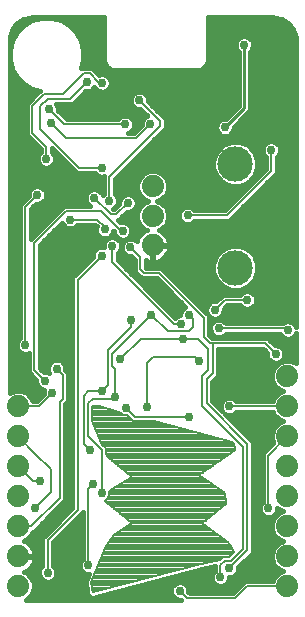
<source format=gbl>
G75*
%MOIN*%
%OFA0B0*%
%FSLAX25Y25*%
%IPPOS*%
%LPD*%
%AMOC8*
5,1,8,0,0,1.08239X$1,22.5*
%
%ADD10C,0.07400*%
%ADD11C,0.11811*%
%ADD12C,0.00800*%
%ADD13C,0.03000*%
%ADD14C,0.01000*%
%ADD15C,0.01600*%
D10*
X0008000Y0039000D03*
X0008000Y0049000D03*
X0008000Y0059000D03*
X0008000Y0069000D03*
X0008000Y0079000D03*
X0008000Y0089000D03*
X0008000Y0099000D03*
X0052741Y0152657D03*
X0052741Y0162500D03*
X0052741Y0172343D03*
X0097600Y0109000D03*
X0097600Y0099000D03*
X0097600Y0089000D03*
X0097600Y0079000D03*
X0097600Y0069000D03*
X0097600Y0059000D03*
X0097600Y0049000D03*
X0097600Y0039000D03*
D11*
X0080300Y0145177D03*
X0080300Y0179823D03*
D12*
X0092300Y0177500D02*
X0077500Y0162700D01*
X0064400Y0162700D01*
X0054800Y0143500D02*
X0069800Y0128500D01*
X0069800Y0122000D01*
X0071800Y0120000D01*
X0073300Y0120000D01*
X0072800Y0119500D01*
X0072800Y0110000D01*
X0070800Y0108000D01*
X0070800Y0100000D01*
X0084300Y0086500D01*
X0084300Y0051000D01*
X0078300Y0045000D01*
X0078800Y0047500D02*
X0076800Y0047500D01*
X0075300Y0046000D01*
X0075300Y0042000D01*
X0075141Y0047821D02*
X0068800Y0046500D01*
X0032800Y0037000D01*
X0032300Y0040500D01*
X0037300Y0052500D01*
X0039800Y0056000D01*
X0045800Y0060000D01*
X0036800Y0067500D01*
X0036881Y0067742D01*
X0037216Y0067881D01*
X0037919Y0068584D01*
X0038300Y0069503D01*
X0038300Y0070497D01*
X0038196Y0070748D01*
X0045800Y0075500D01*
X0037800Y0082000D01*
X0037200Y0083418D01*
X0037200Y0085080D01*
X0035981Y0086298D01*
X0032700Y0094055D01*
X0032700Y0099000D01*
X0034800Y0099000D01*
X0041643Y0097175D01*
X0041681Y0097084D01*
X0042384Y0096381D01*
X0043303Y0096000D01*
X0044297Y0096000D01*
X0044313Y0096007D01*
X0045400Y0094920D01*
X0046220Y0094100D01*
X0053175Y0094100D01*
X0079146Y0087174D01*
X0079920Y0086400D01*
X0080300Y0084500D01*
X0068300Y0076000D01*
X0076800Y0070000D01*
X0077300Y0066500D01*
X0069300Y0060000D01*
X0078300Y0053500D01*
X0079914Y0050594D01*
X0078220Y0048900D01*
X0076220Y0048900D01*
X0075400Y0048080D01*
X0075141Y0047821D01*
X0075432Y0048112D02*
X0035472Y0048112D01*
X0035139Y0047314D02*
X0072706Y0047314D01*
X0075809Y0055299D02*
X0039299Y0055299D01*
X0038729Y0054500D02*
X0076915Y0054500D01*
X0078021Y0053702D02*
X0038158Y0053702D01*
X0037588Y0052903D02*
X0078632Y0052903D01*
X0079075Y0052105D02*
X0037135Y0052105D01*
X0036803Y0051306D02*
X0079519Y0051306D01*
X0079828Y0050508D02*
X0036470Y0050508D01*
X0036137Y0049709D02*
X0079029Y0049709D01*
X0078231Y0048911D02*
X0035804Y0048911D01*
X0034806Y0046515D02*
X0068873Y0046515D01*
X0065831Y0045717D02*
X0034474Y0045717D01*
X0034141Y0044918D02*
X0062806Y0044918D01*
X0059780Y0044120D02*
X0033808Y0044120D01*
X0033475Y0043321D02*
X0056754Y0043321D01*
X0053728Y0042523D02*
X0033143Y0042523D01*
X0032810Y0041724D02*
X0050702Y0041724D01*
X0047676Y0040926D02*
X0032477Y0040926D01*
X0032353Y0040127D02*
X0044650Y0040127D01*
X0041624Y0039329D02*
X0032467Y0039329D01*
X0032581Y0038530D02*
X0038598Y0038530D01*
X0035572Y0037732D02*
X0032695Y0037732D01*
X0031300Y0046000D02*
X0031300Y0071500D01*
X0032800Y0073000D01*
X0035800Y0070000D02*
X0035800Y0084500D01*
X0031300Y0089000D01*
X0031300Y0100000D01*
X0032800Y0101500D01*
X0039800Y0101500D01*
X0040300Y0102000D01*
X0040300Y0111500D01*
X0039300Y0112500D01*
X0039300Y0116500D01*
X0052300Y0129500D01*
X0057800Y0124000D01*
X0064800Y0124000D01*
X0066300Y0125500D01*
X0066300Y0128000D01*
X0064800Y0129500D01*
X0062300Y0126500D02*
X0059800Y0126500D01*
X0039300Y0147000D01*
X0039300Y0152500D01*
X0036800Y0158000D02*
X0036800Y0158800D01*
X0034300Y0161300D01*
X0025200Y0161300D01*
X0023800Y0164100D02*
X0013300Y0153600D01*
X0013300Y0111000D01*
X0016800Y0107500D01*
X0019300Y0103500D02*
X0014800Y0099000D01*
X0008000Y0099000D01*
X0008400Y0099000D01*
X0008000Y0089000D02*
X0013594Y0083288D01*
X0018800Y0078082D01*
X0018800Y0070500D01*
X0013500Y0065200D01*
X0012300Y0059000D02*
X0021800Y0068500D01*
X0021800Y0100500D01*
X0022800Y0101500D01*
X0022800Y0109600D01*
X0020800Y0111600D01*
X0029800Y0102500D02*
X0031300Y0104000D01*
X0035800Y0104000D01*
X0037800Y0106000D01*
X0037800Y0117900D01*
X0045500Y0125600D01*
X0045500Y0127700D01*
X0049000Y0121400D02*
X0042000Y0114900D01*
X0049000Y0121400D02*
X0063000Y0121400D01*
X0067900Y0121400D01*
X0071300Y0118000D01*
X0071300Y0111000D01*
X0069300Y0109000D01*
X0069300Y0099000D01*
X0082800Y0085500D01*
X0082800Y0051500D01*
X0078800Y0047500D01*
X0074704Y0056097D02*
X0039946Y0056097D01*
X0041144Y0056896D02*
X0073598Y0056896D01*
X0072492Y0057694D02*
X0042341Y0057694D01*
X0043539Y0058493D02*
X0071387Y0058493D01*
X0070281Y0059291D02*
X0044737Y0059291D01*
X0045692Y0060090D02*
X0069411Y0060090D01*
X0070393Y0060888D02*
X0044734Y0060888D01*
X0043776Y0061687D02*
X0071376Y0061687D01*
X0072359Y0062485D02*
X0042818Y0062485D01*
X0041859Y0063284D02*
X0073342Y0063284D01*
X0074324Y0064082D02*
X0040901Y0064082D01*
X0039943Y0064881D02*
X0075307Y0064881D01*
X0076290Y0065679D02*
X0038985Y0065679D01*
X0038026Y0066478D02*
X0077273Y0066478D01*
X0077189Y0067276D02*
X0037068Y0067276D01*
X0037410Y0068075D02*
X0077075Y0068075D01*
X0076961Y0068873D02*
X0038039Y0068873D01*
X0038300Y0069672D02*
X0076847Y0069672D01*
X0076133Y0070470D02*
X0038300Y0070470D01*
X0039030Y0071269D02*
X0075002Y0071269D01*
X0073871Y0072068D02*
X0040308Y0072068D01*
X0041586Y0072866D02*
X0072740Y0072866D01*
X0071609Y0073665D02*
X0042863Y0073665D01*
X0044141Y0074463D02*
X0070477Y0074463D01*
X0069512Y0076859D02*
X0044128Y0076859D01*
X0043145Y0077657D02*
X0070639Y0077657D01*
X0071767Y0078456D02*
X0042162Y0078456D01*
X0041180Y0079254D02*
X0072894Y0079254D01*
X0074021Y0080053D02*
X0040197Y0080053D01*
X0039214Y0080851D02*
X0075149Y0080851D01*
X0076276Y0081650D02*
X0038231Y0081650D01*
X0037610Y0082448D02*
X0077403Y0082448D01*
X0078531Y0083247D02*
X0037273Y0083247D01*
X0037200Y0084045D02*
X0079658Y0084045D01*
X0080231Y0084844D02*
X0037200Y0084844D01*
X0036638Y0085642D02*
X0080072Y0085642D01*
X0079879Y0086441D02*
X0035921Y0086441D01*
X0035583Y0087239D02*
X0078903Y0087239D01*
X0075908Y0088038D02*
X0035246Y0088038D01*
X0034908Y0088836D02*
X0072914Y0088836D01*
X0069920Y0089635D02*
X0034570Y0089635D01*
X0034232Y0090433D02*
X0066925Y0090433D01*
X0064800Y0095500D02*
X0046800Y0095500D01*
X0043800Y0098500D01*
X0043248Y0096023D02*
X0032700Y0096023D01*
X0032700Y0096821D02*
X0041943Y0096821D01*
X0039975Y0097620D02*
X0032700Y0097620D01*
X0032700Y0098418D02*
X0036981Y0098418D01*
X0033894Y0091232D02*
X0063931Y0091232D01*
X0060936Y0092030D02*
X0033556Y0092030D01*
X0033219Y0092829D02*
X0057942Y0092829D01*
X0054948Y0093627D02*
X0032881Y0093627D01*
X0032700Y0094426D02*
X0045894Y0094426D01*
X0045096Y0095224D02*
X0032700Y0095224D01*
X0029800Y0102500D02*
X0029800Y0086500D01*
X0031800Y0084500D01*
X0027800Y0064500D02*
X0027800Y0141260D01*
X0035800Y0149260D01*
X0042300Y0157500D02*
X0035700Y0164100D01*
X0023800Y0164100D01*
X0028300Y0178500D02*
X0015300Y0191500D01*
X0015300Y0199000D01*
X0017800Y0201500D01*
X0025300Y0201500D01*
X0030800Y0207000D01*
X0029800Y0210000D02*
X0022800Y0203000D01*
X0016500Y0203000D01*
X0012600Y0199100D01*
X0012600Y0190300D01*
X0017300Y0185600D01*
X0017300Y0181500D01*
X0023800Y0188500D02*
X0018800Y0193500D01*
X0023300Y0193000D02*
X0018300Y0198000D01*
X0023300Y0193000D02*
X0043600Y0193000D01*
X0047300Y0188500D02*
X0052000Y0193000D01*
X0055300Y0192500D02*
X0038300Y0175500D01*
X0038300Y0167500D01*
X0038800Y0163000D02*
X0040700Y0163000D01*
X0044500Y0166800D01*
X0042800Y0157500D02*
X0042300Y0157500D01*
X0045300Y0152000D02*
X0048600Y0148700D01*
X0048600Y0144700D01*
X0049800Y0143500D01*
X0054800Y0143500D01*
X0052800Y0115500D02*
X0066800Y0115500D01*
X0068300Y0114000D01*
X0073300Y0120000D02*
X0090300Y0120000D01*
X0093800Y0116500D01*
X0097800Y0124500D02*
X0097300Y0125000D01*
X0074800Y0125000D01*
X0073500Y0131200D02*
X0076800Y0134500D01*
X0084300Y0134500D01*
X0078300Y0099000D02*
X0097600Y0099000D01*
X0097600Y0089000D02*
X0091300Y0082500D01*
X0091300Y0065000D01*
X0097600Y0039000D02*
X0084300Y0039000D01*
X0080300Y0035000D01*
X0064300Y0035000D01*
X0061800Y0037500D01*
X0069346Y0075262D02*
X0045418Y0075262D01*
X0045111Y0076060D02*
X0068385Y0076060D01*
X0050800Y0098800D02*
X0050800Y0113500D01*
X0052800Y0115500D01*
X0038800Y0163000D02*
X0033300Y0168500D01*
X0035800Y0178500D02*
X0028300Y0178500D01*
X0023800Y0188500D02*
X0047300Y0188500D01*
X0055300Y0194000D02*
X0048300Y0201000D01*
X0055300Y0194000D02*
X0055300Y0192500D01*
X0035900Y0206800D02*
X0035000Y0206800D01*
X0031800Y0210000D01*
X0029800Y0210000D01*
X0014300Y0169500D02*
X0010300Y0165500D01*
X0010300Y0119500D01*
X0008000Y0079000D02*
X0013000Y0074000D01*
X0015300Y0074000D01*
X0012300Y0059000D02*
X0008000Y0059000D01*
X0017800Y0054500D02*
X0017800Y0043500D01*
X0017800Y0054500D02*
X0027800Y0064500D01*
X0092300Y0177500D02*
X0092300Y0184500D01*
D13*
X0092300Y0184500D03*
X0084300Y0163000D03*
X0084300Y0134500D03*
X0084300Y0128500D03*
X0087300Y0131500D03*
X0093800Y0116500D03*
X0097800Y0124500D03*
X0098800Y0129500D03*
X0087300Y0115000D03*
X0078300Y0099000D03*
X0074300Y0102000D03*
X0068300Y0114000D03*
X0063000Y0121400D03*
X0062300Y0126500D03*
X0064800Y0129500D03*
X0059800Y0130500D03*
X0052300Y0129500D03*
X0045500Y0127700D03*
X0042000Y0114900D03*
X0035800Y0104000D03*
X0040300Y0102000D03*
X0043800Y0098500D03*
X0050800Y0098800D03*
X0064800Y0095500D03*
X0074800Y0125000D03*
X0073500Y0131200D03*
X0070300Y0140000D03*
X0064400Y0162700D03*
X0069800Y0185000D03*
X0076900Y0192000D03*
X0078300Y0200500D03*
X0083300Y0219500D03*
X0078800Y0223500D03*
X0061300Y0186000D03*
X0052000Y0193000D03*
X0048300Y0201000D03*
X0045300Y0204000D03*
X0043600Y0193000D03*
X0039800Y0206000D03*
X0035900Y0206800D03*
X0031800Y0197000D03*
X0030800Y0207000D03*
X0018300Y0198000D03*
X0018800Y0193500D03*
X0017300Y0181500D03*
X0014300Y0169500D03*
X0018300Y0165000D03*
X0025200Y0161300D03*
X0027800Y0155500D03*
X0026800Y0146000D03*
X0035800Y0149260D03*
X0039300Y0152500D03*
X0036800Y0158000D03*
X0038300Y0167500D03*
X0035800Y0173000D03*
X0035800Y0178500D03*
X0033300Y0168500D03*
X0042800Y0157500D03*
X0045300Y0152000D03*
X0047300Y0157500D03*
X0044500Y0166800D03*
X0046800Y0178000D03*
X0051800Y0146500D03*
X0024300Y0117500D03*
X0020800Y0111600D03*
X0019300Y0103500D03*
X0016800Y0107500D03*
X0010300Y0119500D03*
X0024800Y0099000D03*
X0031800Y0084500D03*
X0032800Y0073000D03*
X0035800Y0070000D03*
X0031300Y0046000D03*
X0017800Y0043500D03*
X0013300Y0044000D03*
X0013500Y0065200D03*
X0015300Y0074000D03*
X0061800Y0037500D03*
X0075300Y0042000D03*
X0078300Y0045000D03*
X0091300Y0065000D03*
X0096800Y0213500D03*
X0007800Y0203500D03*
D14*
X0076900Y0192000D02*
X0083300Y0198500D01*
X0083300Y0219500D01*
D15*
X0010889Y0034676D02*
X0010463Y0034500D01*
X0062254Y0034500D01*
X0062154Y0034600D01*
X0061223Y0034600D01*
X0060157Y0035041D01*
X0059341Y0035857D01*
X0058900Y0036923D01*
X0058900Y0038077D01*
X0059341Y0039143D01*
X0060157Y0039958D01*
X0061223Y0040400D01*
X0062377Y0040400D01*
X0063443Y0039958D01*
X0064258Y0039143D01*
X0064700Y0038077D01*
X0064700Y0037146D01*
X0065046Y0036800D01*
X0079554Y0036800D01*
X0083554Y0040800D01*
X0092825Y0040800D01*
X0093276Y0041889D01*
X0094711Y0043324D01*
X0096344Y0044000D01*
X0094711Y0044676D01*
X0093276Y0046111D01*
X0092500Y0047986D01*
X0092500Y0050014D01*
X0093276Y0051889D01*
X0094711Y0053324D01*
X0096344Y0054000D01*
X0094711Y0054676D01*
X0093276Y0056111D01*
X0092500Y0057986D01*
X0092500Y0060014D01*
X0093276Y0061889D01*
X0094711Y0063324D01*
X0096344Y0064000D01*
X0094711Y0064676D01*
X0094200Y0065188D01*
X0094200Y0064423D01*
X0093758Y0063357D01*
X0092943Y0062541D01*
X0091877Y0062100D01*
X0090723Y0062100D01*
X0089657Y0062541D01*
X0088841Y0063357D01*
X0088400Y0064423D01*
X0088400Y0065577D01*
X0088841Y0066643D01*
X0089500Y0067301D01*
X0089500Y0082486D01*
X0089489Y0083217D01*
X0089500Y0083229D01*
X0089500Y0083246D01*
X0090017Y0083763D01*
X0092982Y0086822D01*
X0092500Y0087986D01*
X0092500Y0090014D01*
X0093276Y0091889D01*
X0094711Y0093324D01*
X0096344Y0094000D01*
X0094711Y0094676D01*
X0093276Y0096111D01*
X0092825Y0097200D01*
X0080601Y0097200D01*
X0079943Y0096541D01*
X0078877Y0096100D01*
X0077723Y0096100D01*
X0076908Y0096438D01*
X0086100Y0087246D01*
X0086100Y0050254D01*
X0085046Y0049200D01*
X0081200Y0045354D01*
X0081200Y0044423D01*
X0080758Y0043357D01*
X0079943Y0042541D01*
X0078877Y0042100D01*
X0078200Y0042100D01*
X0078200Y0041423D01*
X0077758Y0040357D01*
X0076943Y0039541D01*
X0075877Y0039100D01*
X0074723Y0039100D01*
X0073657Y0039541D01*
X0072841Y0040357D01*
X0072400Y0041423D01*
X0072400Y0042577D01*
X0072841Y0043643D01*
X0073500Y0044301D01*
X0073500Y0045641D01*
X0069213Y0044747D01*
X0033864Y0035419D01*
X0033793Y0035324D01*
X0033158Y0035233D01*
X0032538Y0035069D01*
X0032435Y0035130D01*
X0032316Y0035113D01*
X0031804Y0035497D01*
X0031250Y0035820D01*
X0031219Y0035936D01*
X0031124Y0036007D01*
X0031033Y0036642D01*
X0030869Y0037262D01*
X0030930Y0037365D01*
X0030550Y0040023D01*
X0030352Y0040504D01*
X0030448Y0040735D01*
X0030413Y0040984D01*
X0030725Y0041400D01*
X0031433Y0043100D01*
X0030723Y0043100D01*
X0029657Y0043541D01*
X0028841Y0044357D01*
X0028400Y0045423D01*
X0028400Y0046577D01*
X0028841Y0047643D01*
X0029500Y0048301D01*
X0029500Y0063654D01*
X0028546Y0062700D01*
X0028546Y0062700D01*
X0019600Y0053754D01*
X0019600Y0045801D01*
X0020258Y0045143D01*
X0020700Y0044077D01*
X0020700Y0042923D01*
X0020258Y0041857D01*
X0019443Y0041041D01*
X0018377Y0040600D01*
X0017223Y0040600D01*
X0016157Y0041041D01*
X0015341Y0041857D01*
X0014900Y0042923D01*
X0014900Y0044077D01*
X0015341Y0045143D01*
X0016000Y0045801D01*
X0016000Y0055246D01*
X0017054Y0056300D01*
X0017054Y0056300D01*
X0026000Y0065246D01*
X0026000Y0142005D01*
X0027054Y0143060D01*
X0032900Y0148905D01*
X0032900Y0149837D01*
X0033341Y0150903D01*
X0034157Y0151718D01*
X0035223Y0152160D01*
X0036377Y0152160D01*
X0036400Y0152150D01*
X0036400Y0153077D01*
X0036841Y0154143D01*
X0037657Y0154958D01*
X0038723Y0155400D01*
X0039877Y0155400D01*
X0040943Y0154958D01*
X0041758Y0154143D01*
X0042200Y0153077D01*
X0042200Y0151923D01*
X0041758Y0150857D01*
X0041100Y0150199D01*
X0041100Y0147746D01*
X0060272Y0128573D01*
X0060657Y0128958D01*
X0061723Y0129400D01*
X0061900Y0129400D01*
X0061900Y0130077D01*
X0062341Y0131143D01*
X0063157Y0131958D01*
X0063609Y0132146D01*
X0054054Y0141700D01*
X0049054Y0141700D01*
X0048000Y0142754D01*
X0046800Y0143954D01*
X0046800Y0147954D01*
X0045654Y0149100D01*
X0044723Y0149100D01*
X0043657Y0149541D01*
X0042841Y0150357D01*
X0042400Y0151423D01*
X0042400Y0152577D01*
X0042841Y0153643D01*
X0043657Y0154458D01*
X0044723Y0154900D01*
X0045877Y0154900D01*
X0046943Y0154458D01*
X0047396Y0154005D01*
X0047644Y0154769D01*
X0048037Y0155540D01*
X0048546Y0156240D01*
X0049158Y0156853D01*
X0049858Y0157361D01*
X0050630Y0157755D01*
X0050765Y0157798D01*
X0049852Y0158176D01*
X0048417Y0159611D01*
X0047641Y0161486D01*
X0047641Y0163514D01*
X0048417Y0165389D01*
X0049852Y0166824D01*
X0051295Y0167421D01*
X0049852Y0168019D01*
X0048417Y0169454D01*
X0047641Y0171328D01*
X0047641Y0173357D01*
X0048417Y0175231D01*
X0049852Y0176666D01*
X0051726Y0177443D01*
X0053755Y0177443D01*
X0055630Y0176666D01*
X0057065Y0175231D01*
X0057841Y0173357D01*
X0057841Y0171328D01*
X0057065Y0169454D01*
X0055630Y0168019D01*
X0054187Y0167421D01*
X0055630Y0166824D01*
X0057065Y0165389D01*
X0057841Y0163514D01*
X0057841Y0161486D01*
X0057065Y0159611D01*
X0055630Y0158176D01*
X0054717Y0157798D01*
X0054852Y0157755D01*
X0055624Y0157361D01*
X0056324Y0156853D01*
X0056936Y0156240D01*
X0057445Y0155540D01*
X0057838Y0154769D01*
X0058105Y0153945D01*
X0058241Y0153090D01*
X0058241Y0152842D01*
X0052925Y0152842D01*
X0052925Y0152473D01*
X0052925Y0147157D01*
X0053174Y0147157D01*
X0054029Y0147293D01*
X0054852Y0147560D01*
X0055624Y0147953D01*
X0056324Y0148462D01*
X0056936Y0149074D01*
X0057445Y0149775D01*
X0057838Y0150546D01*
X0058105Y0151370D01*
X0058241Y0152225D01*
X0058241Y0152473D01*
X0052925Y0152473D01*
X0052557Y0152473D01*
X0052557Y0147157D01*
X0052308Y0147157D01*
X0051453Y0147293D01*
X0050630Y0147560D01*
X0050400Y0147677D01*
X0050400Y0145446D01*
X0050546Y0145300D01*
X0055546Y0145300D01*
X0056600Y0144246D01*
X0056600Y0144246D01*
X0070546Y0130300D01*
X0070546Y0130300D01*
X0070867Y0129979D01*
X0070600Y0130623D01*
X0070600Y0131777D01*
X0071041Y0132843D01*
X0071857Y0133658D01*
X0072923Y0134100D01*
X0073854Y0134100D01*
X0076054Y0136300D01*
X0081999Y0136300D01*
X0082657Y0136958D01*
X0083723Y0137400D01*
X0084877Y0137400D01*
X0085943Y0136958D01*
X0086758Y0136143D01*
X0087200Y0135077D01*
X0087200Y0133923D01*
X0086758Y0132857D01*
X0085943Y0132041D01*
X0084877Y0131600D01*
X0083723Y0131600D01*
X0082657Y0132041D01*
X0081999Y0132700D01*
X0077546Y0132700D01*
X0076400Y0131554D01*
X0076400Y0130623D01*
X0075958Y0129557D01*
X0075143Y0128741D01*
X0074077Y0128300D01*
X0072923Y0128300D01*
X0071857Y0128741D01*
X0071600Y0128999D01*
X0071600Y0122746D01*
X0072546Y0121800D01*
X0091046Y0121800D01*
X0092100Y0120746D01*
X0093446Y0119400D01*
X0094377Y0119400D01*
X0095443Y0118958D01*
X0096258Y0118143D01*
X0096700Y0117077D01*
X0096700Y0115923D01*
X0096258Y0114857D01*
X0095443Y0114041D01*
X0094377Y0113600D01*
X0093223Y0113600D01*
X0092157Y0114041D01*
X0091341Y0114857D01*
X0090900Y0115923D01*
X0090900Y0116854D01*
X0089554Y0118200D01*
X0074600Y0118200D01*
X0074600Y0109254D01*
X0073546Y0108200D01*
X0073546Y0108200D01*
X0072600Y0107254D01*
X0072600Y0100746D01*
X0075738Y0097608D01*
X0075400Y0098423D01*
X0075400Y0099577D01*
X0075841Y0100643D01*
X0076657Y0101458D01*
X0077723Y0101900D01*
X0078877Y0101900D01*
X0079943Y0101458D01*
X0080601Y0100800D01*
X0092825Y0100800D01*
X0093276Y0101889D01*
X0094711Y0103324D01*
X0096344Y0104000D01*
X0094711Y0104676D01*
X0093276Y0106111D01*
X0092500Y0107986D01*
X0092500Y0110014D01*
X0093276Y0111889D01*
X0094711Y0113324D01*
X0096586Y0114100D01*
X0098614Y0114100D01*
X0100489Y0113324D01*
X0100500Y0113312D01*
X0100500Y0123440D01*
X0100258Y0122857D01*
X0099443Y0122041D01*
X0098377Y0121600D01*
X0097223Y0121600D01*
X0096157Y0122041D01*
X0095341Y0122857D01*
X0095200Y0123200D01*
X0077101Y0123200D01*
X0076443Y0122541D01*
X0075377Y0122100D01*
X0074223Y0122100D01*
X0073157Y0122541D01*
X0072341Y0123357D01*
X0071900Y0124423D01*
X0071900Y0125577D01*
X0072341Y0126643D01*
X0073157Y0127458D01*
X0074223Y0127900D01*
X0075377Y0127900D01*
X0076443Y0127458D01*
X0077101Y0126800D01*
X0095999Y0126800D01*
X0096157Y0126958D01*
X0097223Y0127400D01*
X0098377Y0127400D01*
X0099443Y0126958D01*
X0100258Y0126143D01*
X0100500Y0125560D01*
X0100500Y0221000D01*
X0100405Y0222205D01*
X0099661Y0224496D01*
X0098245Y0226445D01*
X0096296Y0227861D01*
X0094005Y0228605D01*
X0092800Y0228700D01*
X0071200Y0228700D01*
X0071200Y0214982D01*
X0071219Y0213973D01*
X0071219Y0213973D01*
X0070221Y0212169D01*
X0070221Y0212169D01*
X0068456Y0211105D01*
X0068456Y0211105D01*
X0068353Y0211103D01*
X0068335Y0211086D01*
X0067404Y0211086D01*
X0066473Y0211069D01*
X0066455Y0211086D01*
X0041145Y0211086D01*
X0041127Y0211069D01*
X0040196Y0211086D01*
X0039265Y0211086D01*
X0039247Y0211103D01*
X0039144Y0211105D01*
X0039144Y0211105D01*
X0037379Y0212169D01*
X0037379Y0212169D01*
X0037379Y0212169D01*
X0036381Y0213973D01*
X0036381Y0213973D01*
X0036400Y0214982D01*
X0036400Y0228700D01*
X0012800Y0228700D01*
X0011595Y0228605D01*
X0009304Y0227861D01*
X0007355Y0226445D01*
X0005939Y0224496D01*
X0005195Y0222205D01*
X0005100Y0221000D01*
X0005100Y0103312D01*
X0005111Y0103324D01*
X0006986Y0104100D01*
X0009014Y0104100D01*
X0010889Y0103324D01*
X0012324Y0101889D01*
X0012775Y0100800D01*
X0014054Y0100800D01*
X0016400Y0103146D01*
X0016400Y0104077D01*
X0016617Y0104600D01*
X0016223Y0104600D01*
X0015157Y0105041D01*
X0014341Y0105857D01*
X0013900Y0106923D01*
X0013900Y0107854D01*
X0012554Y0109200D01*
X0011500Y0110254D01*
X0011500Y0116858D01*
X0010877Y0116600D01*
X0009723Y0116600D01*
X0008657Y0117041D01*
X0007841Y0117857D01*
X0007400Y0118923D01*
X0007400Y0120077D01*
X0007841Y0121143D01*
X0008500Y0121801D01*
X0008500Y0166246D01*
X0011400Y0169146D01*
X0011400Y0170077D01*
X0011841Y0171143D01*
X0012657Y0171958D01*
X0013723Y0172400D01*
X0014877Y0172400D01*
X0015943Y0171958D01*
X0016758Y0171143D01*
X0017200Y0170077D01*
X0017200Y0168923D01*
X0016758Y0167857D01*
X0015943Y0167041D01*
X0014877Y0166600D01*
X0013946Y0166600D01*
X0012100Y0164754D01*
X0012100Y0154946D01*
X0023054Y0165900D01*
X0031999Y0165900D01*
X0031657Y0166041D01*
X0030841Y0166857D01*
X0030400Y0167923D01*
X0030400Y0169077D01*
X0030841Y0170143D01*
X0031657Y0170958D01*
X0032723Y0171400D01*
X0033877Y0171400D01*
X0034943Y0170958D01*
X0035758Y0170143D01*
X0036076Y0169377D01*
X0036500Y0169801D01*
X0036500Y0175651D01*
X0036377Y0175600D01*
X0035223Y0175600D01*
X0034157Y0176041D01*
X0033499Y0176700D01*
X0027554Y0176700D01*
X0019100Y0185154D01*
X0019100Y0183801D01*
X0019758Y0183143D01*
X0020200Y0182077D01*
X0020200Y0180923D01*
X0019758Y0179857D01*
X0018943Y0179041D01*
X0017877Y0178600D01*
X0016723Y0178600D01*
X0015657Y0179041D01*
X0014841Y0179857D01*
X0014400Y0180923D01*
X0014400Y0182077D01*
X0014841Y0183143D01*
X0015500Y0183801D01*
X0015500Y0184854D01*
X0010800Y0189554D01*
X0010800Y0199846D01*
X0014700Y0203746D01*
X0015050Y0204096D01*
X0012652Y0204738D01*
X0009848Y0206358D01*
X0007558Y0208648D01*
X0005938Y0211452D01*
X0005100Y0214581D01*
X0005100Y0217819D01*
X0005938Y0220948D01*
X0007558Y0223752D01*
X0009848Y0226042D01*
X0012652Y0227662D01*
X0015781Y0228500D01*
X0019019Y0228500D01*
X0022148Y0227662D01*
X0024952Y0226042D01*
X0027242Y0223752D01*
X0028862Y0220948D01*
X0029700Y0217819D01*
X0029700Y0214581D01*
X0028918Y0211664D01*
X0029054Y0211800D01*
X0032546Y0211800D01*
X0033600Y0210746D01*
X0034844Y0209502D01*
X0035323Y0209700D01*
X0036477Y0209700D01*
X0037543Y0209258D01*
X0038358Y0208443D01*
X0038800Y0207377D01*
X0038800Y0206223D01*
X0038358Y0205157D01*
X0037543Y0204341D01*
X0036477Y0203900D01*
X0035323Y0203900D01*
X0034257Y0204341D01*
X0033441Y0205157D01*
X0033309Y0205478D01*
X0033258Y0205357D01*
X0032443Y0204541D01*
X0031377Y0204100D01*
X0030446Y0204100D01*
X0026046Y0199700D01*
X0020701Y0199700D01*
X0020758Y0199643D01*
X0021200Y0198577D01*
X0021200Y0197646D01*
X0024046Y0194800D01*
X0041299Y0194800D01*
X0041957Y0195458D01*
X0043023Y0195900D01*
X0044177Y0195900D01*
X0045243Y0195458D01*
X0046058Y0194643D01*
X0046500Y0193577D01*
X0046500Y0192423D01*
X0046058Y0191357D01*
X0045243Y0190541D01*
X0044660Y0190300D01*
X0046577Y0190300D01*
X0049100Y0192715D01*
X0049100Y0193577D01*
X0049541Y0194643D01*
X0050357Y0195458D01*
X0051021Y0195733D01*
X0048654Y0198100D01*
X0047723Y0198100D01*
X0046657Y0198541D01*
X0045841Y0199357D01*
X0045400Y0200423D01*
X0045400Y0201577D01*
X0045841Y0202643D01*
X0046657Y0203458D01*
X0047723Y0203900D01*
X0048877Y0203900D01*
X0049943Y0203458D01*
X0050758Y0202643D01*
X0051200Y0201577D01*
X0051200Y0200646D01*
X0056046Y0195800D01*
X0057100Y0194746D01*
X0057100Y0191754D01*
X0040100Y0174754D01*
X0040100Y0169801D01*
X0040758Y0169143D01*
X0041200Y0168077D01*
X0041200Y0166923D01*
X0040758Y0165857D01*
X0039943Y0165041D01*
X0039491Y0164854D01*
X0039546Y0164800D01*
X0039954Y0164800D01*
X0041600Y0166446D01*
X0041600Y0167377D01*
X0042041Y0168443D01*
X0042857Y0169258D01*
X0043923Y0169700D01*
X0045077Y0169700D01*
X0046143Y0169258D01*
X0046958Y0168443D01*
X0047400Y0167377D01*
X0047400Y0166223D01*
X0046958Y0165157D01*
X0046143Y0164341D01*
X0045077Y0163900D01*
X0044146Y0163900D01*
X0041446Y0161200D01*
X0041146Y0161200D01*
X0042027Y0160319D01*
X0042223Y0160400D01*
X0043377Y0160400D01*
X0044443Y0159958D01*
X0045258Y0159143D01*
X0045700Y0158077D01*
X0045700Y0156923D01*
X0045258Y0155857D01*
X0044443Y0155041D01*
X0043377Y0154600D01*
X0042223Y0154600D01*
X0041157Y0155041D01*
X0040341Y0155857D01*
X0039900Y0156923D01*
X0039900Y0157354D01*
X0039700Y0157554D01*
X0039700Y0157423D01*
X0039258Y0156357D01*
X0038443Y0155541D01*
X0037377Y0155100D01*
X0036223Y0155100D01*
X0035157Y0155541D01*
X0034341Y0156357D01*
X0033900Y0157423D01*
X0033900Y0158577D01*
X0034069Y0158985D01*
X0033554Y0159500D01*
X0027501Y0159500D01*
X0026843Y0158841D01*
X0025777Y0158400D01*
X0024623Y0158400D01*
X0023557Y0158841D01*
X0022741Y0159657D01*
X0022496Y0160250D01*
X0015100Y0152854D01*
X0015100Y0111746D01*
X0016446Y0110400D01*
X0017377Y0110400D01*
X0018320Y0110009D01*
X0017900Y0111023D01*
X0017900Y0112177D01*
X0018341Y0113243D01*
X0019157Y0114058D01*
X0020223Y0114500D01*
X0021377Y0114500D01*
X0022443Y0114058D01*
X0023258Y0113243D01*
X0023700Y0112177D01*
X0023700Y0111246D01*
X0024600Y0110346D01*
X0024600Y0100754D01*
X0023600Y0099754D01*
X0023600Y0067754D01*
X0022546Y0066700D01*
X0013046Y0057200D01*
X0012775Y0057200D01*
X0012324Y0056111D01*
X0010889Y0054676D01*
X0009763Y0054210D01*
X0010111Y0054097D01*
X0010883Y0053704D01*
X0011583Y0053195D01*
X0012195Y0052583D01*
X0012704Y0051883D01*
X0013097Y0051111D01*
X0013365Y0050288D01*
X0013500Y0049433D01*
X0013500Y0049200D01*
X0008200Y0049200D01*
X0008200Y0048800D01*
X0013500Y0048800D01*
X0013500Y0048567D01*
X0013365Y0047712D01*
X0013097Y0046889D01*
X0012704Y0046117D01*
X0012195Y0045417D01*
X0011583Y0044805D01*
X0010883Y0044296D01*
X0010111Y0043903D01*
X0009763Y0043790D01*
X0010889Y0043324D01*
X0012324Y0041889D01*
X0013100Y0040014D01*
X0013100Y0037986D01*
X0012324Y0036111D01*
X0010889Y0034676D01*
X0010629Y0034569D02*
X0062186Y0034569D01*
X0064700Y0037766D02*
X0080520Y0037766D01*
X0082119Y0039364D02*
X0076515Y0039364D01*
X0078009Y0040963D02*
X0092893Y0040963D01*
X0093949Y0042561D02*
X0079963Y0042561D01*
X0081091Y0044160D02*
X0095958Y0044160D01*
X0093629Y0045758D02*
X0081604Y0045758D01*
X0083202Y0047357D02*
X0092760Y0047357D01*
X0092500Y0048955D02*
X0084801Y0048955D01*
X0086100Y0050554D02*
X0092723Y0050554D01*
X0093540Y0052152D02*
X0086100Y0052152D01*
X0086100Y0053751D02*
X0095743Y0053751D01*
X0094038Y0055349D02*
X0086100Y0055349D01*
X0086100Y0056948D02*
X0092930Y0056948D01*
X0092500Y0058546D02*
X0086100Y0058546D01*
X0086100Y0060145D02*
X0092554Y0060145D01*
X0093216Y0061743D02*
X0086100Y0061743D01*
X0086100Y0063342D02*
X0088857Y0063342D01*
X0088400Y0064940D02*
X0086100Y0064940D01*
X0086100Y0066539D02*
X0088799Y0066539D01*
X0089500Y0068137D02*
X0086100Y0068137D01*
X0086100Y0069736D02*
X0089500Y0069736D01*
X0089500Y0071334D02*
X0086100Y0071334D01*
X0086100Y0072933D02*
X0089500Y0072933D01*
X0089500Y0074532D02*
X0086100Y0074532D01*
X0086100Y0076130D02*
X0089500Y0076130D01*
X0089500Y0077729D02*
X0086100Y0077729D01*
X0086100Y0079327D02*
X0089500Y0079327D01*
X0089500Y0080926D02*
X0086100Y0080926D01*
X0086100Y0082524D02*
X0089499Y0082524D01*
X0090366Y0084123D02*
X0086100Y0084123D01*
X0086100Y0085721D02*
X0091915Y0085721D01*
X0092776Y0087320D02*
X0086026Y0087320D01*
X0084427Y0088918D02*
X0092500Y0088918D01*
X0092708Y0090517D02*
X0082829Y0090517D01*
X0081230Y0092115D02*
X0093503Y0092115D01*
X0094075Y0095312D02*
X0078033Y0095312D01*
X0079632Y0093714D02*
X0095653Y0093714D01*
X0092945Y0096911D02*
X0080312Y0096911D01*
X0079345Y0101706D02*
X0093201Y0101706D01*
X0094484Y0104903D02*
X0072600Y0104903D01*
X0072600Y0103305D02*
X0094692Y0103305D01*
X0093115Y0106502D02*
X0072600Y0106502D01*
X0073446Y0108100D02*
X0092500Y0108100D01*
X0092500Y0109699D02*
X0074600Y0109699D01*
X0074600Y0111297D02*
X0093031Y0111297D01*
X0094283Y0112896D02*
X0074600Y0112896D01*
X0074600Y0114494D02*
X0091704Y0114494D01*
X0090900Y0116093D02*
X0074600Y0116093D01*
X0074600Y0117691D02*
X0090063Y0117691D01*
X0091957Y0120888D02*
X0100500Y0120888D01*
X0100500Y0119290D02*
X0094643Y0119290D01*
X0096445Y0117691D02*
X0100500Y0117691D01*
X0100500Y0116093D02*
X0096700Y0116093D01*
X0095896Y0114494D02*
X0100500Y0114494D01*
X0100500Y0122487D02*
X0099888Y0122487D01*
X0100449Y0125684D02*
X0100500Y0125684D01*
X0100500Y0127282D02*
X0098661Y0127282D01*
X0096939Y0127282D02*
X0076619Y0127282D01*
X0075282Y0128881D02*
X0100500Y0128881D01*
X0100500Y0130479D02*
X0076340Y0130479D01*
X0076924Y0132078D02*
X0082621Y0132078D01*
X0082572Y0136873D02*
X0063972Y0136873D01*
X0062374Y0138472D02*
X0077398Y0138472D01*
X0076162Y0138984D02*
X0078847Y0137872D01*
X0081753Y0137872D01*
X0084438Y0138984D01*
X0086493Y0141039D01*
X0087605Y0143724D01*
X0087605Y0146630D01*
X0086493Y0149315D01*
X0084438Y0151370D01*
X0081753Y0152483D01*
X0078847Y0152483D01*
X0076162Y0151370D01*
X0074107Y0149315D01*
X0072994Y0146630D01*
X0072994Y0143724D01*
X0074107Y0141039D01*
X0076162Y0138984D01*
X0075075Y0140070D02*
X0060775Y0140070D01*
X0059177Y0141669D02*
X0073846Y0141669D01*
X0073184Y0143268D02*
X0057578Y0143268D01*
X0055980Y0144866D02*
X0072994Y0144866D01*
X0072994Y0146465D02*
X0050400Y0146465D01*
X0047487Y0143268D02*
X0045578Y0143268D01*
X0046800Y0144866D02*
X0043980Y0144866D01*
X0042381Y0146465D02*
X0046800Y0146465D01*
X0046691Y0148063D02*
X0041100Y0148063D01*
X0041100Y0149662D02*
X0043537Y0149662D01*
X0042468Y0151260D02*
X0041925Y0151260D01*
X0042200Y0152859D02*
X0042517Y0152859D01*
X0041444Y0154457D02*
X0043656Y0154457D01*
X0045341Y0156056D02*
X0048411Y0156056D01*
X0047543Y0154457D02*
X0046944Y0154457D01*
X0045700Y0157654D02*
X0050433Y0157654D01*
X0048776Y0159253D02*
X0045149Y0159253D01*
X0042695Y0162450D02*
X0047641Y0162450D01*
X0047862Y0164048D02*
X0045435Y0164048D01*
X0047161Y0165647D02*
X0048675Y0165647D01*
X0047400Y0167245D02*
X0050870Y0167245D01*
X0049027Y0168844D02*
X0046558Y0168844D01*
X0048008Y0170442D02*
X0040100Y0170442D01*
X0040100Y0172041D02*
X0047641Y0172041D01*
X0047758Y0173639D02*
X0040100Y0173639D01*
X0040583Y0175238D02*
X0048424Y0175238D01*
X0050263Y0176836D02*
X0042182Y0176836D01*
X0043780Y0178435D02*
X0072994Y0178435D01*
X0072994Y0178370D02*
X0074107Y0175685D01*
X0076162Y0173630D01*
X0078847Y0172517D01*
X0081753Y0172517D01*
X0084438Y0173630D01*
X0086493Y0175685D01*
X0087605Y0178370D01*
X0087605Y0181276D01*
X0086493Y0183961D01*
X0084438Y0186016D01*
X0081753Y0187128D01*
X0078847Y0187128D01*
X0076162Y0186016D01*
X0074107Y0183961D01*
X0072994Y0181276D01*
X0072994Y0178370D01*
X0073630Y0176836D02*
X0055219Y0176836D01*
X0057058Y0175238D02*
X0074554Y0175238D01*
X0076152Y0173639D02*
X0057724Y0173639D01*
X0057841Y0172041D02*
X0084295Y0172041D01*
X0084448Y0173639D02*
X0085894Y0173639D01*
X0086046Y0175238D02*
X0087492Y0175238D01*
X0086970Y0176836D02*
X0089091Y0176836D01*
X0090500Y0178435D02*
X0087605Y0178435D01*
X0087605Y0180033D02*
X0090500Y0180033D01*
X0090500Y0181632D02*
X0087458Y0181632D01*
X0086796Y0183230D02*
X0089687Y0183230D01*
X0089841Y0182857D02*
X0090500Y0182199D01*
X0090500Y0178246D01*
X0076754Y0164500D01*
X0066701Y0164500D01*
X0066043Y0165158D01*
X0064977Y0165600D01*
X0063823Y0165600D01*
X0062757Y0165158D01*
X0061941Y0164343D01*
X0061500Y0163277D01*
X0061500Y0162123D01*
X0061941Y0161057D01*
X0062757Y0160241D01*
X0063823Y0159800D01*
X0064977Y0159800D01*
X0066043Y0160241D01*
X0066701Y0160900D01*
X0078246Y0160900D01*
X0093046Y0175700D01*
X0094100Y0176754D01*
X0094100Y0182199D01*
X0094758Y0182857D01*
X0095200Y0183923D01*
X0095200Y0185077D01*
X0094758Y0186143D01*
X0093943Y0186958D01*
X0092877Y0187400D01*
X0091723Y0187400D01*
X0090657Y0186958D01*
X0089841Y0186143D01*
X0089400Y0185077D01*
X0089400Y0183923D01*
X0089841Y0182857D01*
X0089400Y0184829D02*
X0085626Y0184829D01*
X0083446Y0186427D02*
X0090126Y0186427D01*
X0094474Y0186427D02*
X0100500Y0186427D01*
X0100500Y0184829D02*
X0095200Y0184829D01*
X0094913Y0183230D02*
X0100500Y0183230D01*
X0100500Y0181632D02*
X0094100Y0181632D01*
X0094100Y0180033D02*
X0100500Y0180033D01*
X0100500Y0178435D02*
X0094100Y0178435D01*
X0094100Y0176836D02*
X0100500Y0176836D01*
X0100500Y0175238D02*
X0092583Y0175238D01*
X0090985Y0173639D02*
X0100500Y0173639D01*
X0100500Y0172041D02*
X0089386Y0172041D01*
X0087788Y0170442D02*
X0100500Y0170442D01*
X0100500Y0168844D02*
X0086189Y0168844D01*
X0084591Y0167245D02*
X0100500Y0167245D01*
X0100500Y0165647D02*
X0082992Y0165647D01*
X0081394Y0164048D02*
X0100500Y0164048D01*
X0100500Y0162450D02*
X0079795Y0162450D01*
X0077901Y0165647D02*
X0056807Y0165647D01*
X0057620Y0164048D02*
X0061819Y0164048D01*
X0061500Y0162450D02*
X0057841Y0162450D01*
X0057578Y0160851D02*
X0062148Y0160851D01*
X0066652Y0160851D02*
X0100500Y0160851D01*
X0100500Y0159253D02*
X0056706Y0159253D01*
X0055049Y0157654D02*
X0100500Y0157654D01*
X0100500Y0156056D02*
X0057070Y0156056D01*
X0057939Y0154457D02*
X0100500Y0154457D01*
X0100500Y0152859D02*
X0058241Y0152859D01*
X0058070Y0151260D02*
X0076051Y0151260D01*
X0074453Y0149662D02*
X0057363Y0149662D01*
X0055774Y0148063D02*
X0073588Y0148063D01*
X0075029Y0135275D02*
X0065571Y0135275D01*
X0067169Y0133676D02*
X0071901Y0133676D01*
X0070725Y0132078D02*
X0068768Y0132078D01*
X0070366Y0130479D02*
X0070660Y0130479D01*
X0071600Y0128881D02*
X0071718Y0128881D01*
X0071600Y0127282D02*
X0072981Y0127282D01*
X0071944Y0125684D02*
X0071600Y0125684D01*
X0071600Y0124085D02*
X0072040Y0124085D01*
X0071859Y0122487D02*
X0073289Y0122487D01*
X0076311Y0122487D02*
X0095712Y0122487D01*
X0100500Y0132078D02*
X0085979Y0132078D01*
X0087098Y0133676D02*
X0100500Y0133676D01*
X0100500Y0135275D02*
X0087118Y0135275D01*
X0086028Y0136873D02*
X0100500Y0136873D01*
X0100500Y0138472D02*
X0083202Y0138472D01*
X0085525Y0140070D02*
X0100500Y0140070D01*
X0100500Y0141669D02*
X0086754Y0141669D01*
X0087416Y0143268D02*
X0100500Y0143268D01*
X0100500Y0144866D02*
X0087605Y0144866D01*
X0087605Y0146465D02*
X0100500Y0146465D01*
X0100500Y0148063D02*
X0087012Y0148063D01*
X0086147Y0149662D02*
X0100500Y0149662D01*
X0100500Y0151260D02*
X0084549Y0151260D01*
X0079500Y0167245D02*
X0054612Y0167245D01*
X0056455Y0168844D02*
X0081098Y0168844D01*
X0082697Y0170442D02*
X0057474Y0170442D01*
X0051773Y0186427D02*
X0077154Y0186427D01*
X0077477Y0189100D02*
X0076323Y0189100D01*
X0075257Y0189541D01*
X0074441Y0190357D01*
X0074000Y0191423D01*
X0074000Y0192577D01*
X0074441Y0193643D01*
X0075257Y0194458D01*
X0076323Y0194900D01*
X0077089Y0194900D01*
X0081400Y0199278D01*
X0081400Y0217299D01*
X0080841Y0217857D01*
X0080400Y0218923D01*
X0080400Y0220077D01*
X0080841Y0221143D01*
X0081657Y0221958D01*
X0082723Y0222400D01*
X0083877Y0222400D01*
X0084943Y0221958D01*
X0085758Y0221143D01*
X0086200Y0220077D01*
X0086200Y0218923D01*
X0085758Y0217857D01*
X0085200Y0217299D01*
X0085200Y0198508D01*
X0085206Y0197728D01*
X0085200Y0197722D01*
X0085200Y0197713D01*
X0084649Y0197162D01*
X0079800Y0192237D01*
X0079800Y0191423D01*
X0079358Y0190357D01*
X0078543Y0189541D01*
X0077477Y0189100D01*
X0078626Y0189624D02*
X0100500Y0189624D01*
X0100500Y0188026D02*
X0053371Y0188026D01*
X0054970Y0189624D02*
X0075174Y0189624D01*
X0074083Y0191223D02*
X0056568Y0191223D01*
X0057100Y0192821D02*
X0074101Y0192821D01*
X0075219Y0194420D02*
X0057100Y0194420D01*
X0055827Y0196018D02*
X0078190Y0196018D01*
X0079764Y0197617D02*
X0054229Y0197617D01*
X0052630Y0199215D02*
X0081338Y0199215D01*
X0081400Y0200814D02*
X0051200Y0200814D01*
X0050854Y0202412D02*
X0081400Y0202412D01*
X0081400Y0204011D02*
X0036745Y0204011D01*
X0035055Y0204011D02*
X0030357Y0204011D01*
X0028758Y0202412D02*
X0045746Y0202412D01*
X0045400Y0200814D02*
X0027159Y0200814D01*
X0022827Y0196018D02*
X0050736Y0196018D01*
X0049449Y0194420D02*
X0046151Y0194420D01*
X0046500Y0192821D02*
X0049100Y0192821D01*
X0047541Y0191223D02*
X0045924Y0191223D01*
X0049138Y0197617D02*
X0021229Y0197617D01*
X0020935Y0199215D02*
X0045983Y0199215D01*
X0050174Y0184829D02*
X0074974Y0184829D01*
X0073804Y0183230D02*
X0048576Y0183230D01*
X0046977Y0181632D02*
X0073142Y0181632D01*
X0072994Y0180033D02*
X0045379Y0180033D01*
X0042442Y0168844D02*
X0040882Y0168844D01*
X0041200Y0167245D02*
X0041600Y0167245D01*
X0040801Y0165647D02*
X0040548Y0165647D01*
X0041494Y0160851D02*
X0047904Y0160851D01*
X0052557Y0151260D02*
X0052925Y0151260D01*
X0052925Y0149662D02*
X0052557Y0149662D01*
X0052557Y0148063D02*
X0052925Y0148063D01*
X0054085Y0141669D02*
X0047177Y0141669D01*
X0048775Y0140070D02*
X0055684Y0140070D01*
X0057282Y0138472D02*
X0050374Y0138472D01*
X0051972Y0136873D02*
X0058881Y0136873D01*
X0060479Y0135275D02*
X0053571Y0135275D01*
X0055169Y0133676D02*
X0062078Y0133676D01*
X0063446Y0132078D02*
X0056768Y0132078D01*
X0058366Y0130479D02*
X0062067Y0130479D01*
X0060580Y0128881D02*
X0059965Y0128881D01*
X0072600Y0101706D02*
X0077255Y0101706D01*
X0075620Y0100108D02*
X0073238Y0100108D01*
X0074836Y0098509D02*
X0075400Y0098509D01*
X0094200Y0064940D02*
X0094447Y0064940D01*
X0094755Y0063342D02*
X0093743Y0063342D01*
X0074085Y0039364D02*
X0064037Y0039364D01*
X0060929Y0042561D02*
X0072400Y0042561D01*
X0072591Y0040963D02*
X0054871Y0040963D01*
X0059563Y0039364D02*
X0048814Y0039364D01*
X0042756Y0037766D02*
X0058900Y0037766D01*
X0059213Y0036167D02*
X0036699Y0036167D01*
X0031101Y0036167D02*
X0012347Y0036167D01*
X0013009Y0037766D02*
X0030872Y0037766D01*
X0030644Y0039364D02*
X0013100Y0039364D01*
X0012707Y0040963D02*
X0016347Y0040963D01*
X0015050Y0042561D02*
X0011651Y0042561D01*
X0010615Y0044160D02*
X0014934Y0044160D01*
X0015957Y0045758D02*
X0012443Y0045758D01*
X0013249Y0047357D02*
X0016000Y0047357D01*
X0016000Y0048955D02*
X0008200Y0048955D01*
X0010791Y0053751D02*
X0016000Y0053751D01*
X0016000Y0052152D02*
X0012508Y0052152D01*
X0013278Y0050554D02*
X0016000Y0050554D01*
X0016104Y0055349D02*
X0011562Y0055349D01*
X0012670Y0056948D02*
X0017702Y0056948D01*
X0015991Y0060145D02*
X0020899Y0060145D01*
X0019301Y0058546D02*
X0014392Y0058546D01*
X0017589Y0061743D02*
X0022498Y0061743D01*
X0024096Y0063342D02*
X0019188Y0063342D01*
X0020786Y0064940D02*
X0025695Y0064940D01*
X0026000Y0066539D02*
X0022385Y0066539D01*
X0023600Y0068137D02*
X0026000Y0068137D01*
X0026000Y0069736D02*
X0023600Y0069736D01*
X0023600Y0071334D02*
X0026000Y0071334D01*
X0026000Y0072933D02*
X0023600Y0072933D01*
X0023600Y0074532D02*
X0026000Y0074532D01*
X0026000Y0076130D02*
X0023600Y0076130D01*
X0023600Y0077729D02*
X0026000Y0077729D01*
X0026000Y0079327D02*
X0023600Y0079327D01*
X0023600Y0080926D02*
X0026000Y0080926D01*
X0026000Y0082524D02*
X0023600Y0082524D01*
X0023600Y0084123D02*
X0026000Y0084123D01*
X0026000Y0085721D02*
X0023600Y0085721D01*
X0023600Y0087320D02*
X0026000Y0087320D01*
X0026000Y0088918D02*
X0023600Y0088918D01*
X0023600Y0090517D02*
X0026000Y0090517D01*
X0026000Y0092115D02*
X0023600Y0092115D01*
X0023600Y0093714D02*
X0026000Y0093714D01*
X0026000Y0095312D02*
X0023600Y0095312D01*
X0023600Y0096911D02*
X0026000Y0096911D01*
X0026000Y0098509D02*
X0023600Y0098509D01*
X0023953Y0100108D02*
X0026000Y0100108D01*
X0026000Y0101706D02*
X0024600Y0101706D01*
X0024600Y0103305D02*
X0026000Y0103305D01*
X0026000Y0104903D02*
X0024600Y0104903D01*
X0024600Y0106502D02*
X0026000Y0106502D01*
X0026000Y0108100D02*
X0024600Y0108100D01*
X0024600Y0109699D02*
X0026000Y0109699D01*
X0026000Y0111297D02*
X0023700Y0111297D01*
X0023402Y0112896D02*
X0026000Y0112896D01*
X0026000Y0114494D02*
X0021391Y0114494D01*
X0020209Y0114494D02*
X0015100Y0114494D01*
X0015100Y0112896D02*
X0018198Y0112896D01*
X0017900Y0111297D02*
X0015548Y0111297D01*
X0013654Y0108100D02*
X0005100Y0108100D01*
X0005100Y0106502D02*
X0014075Y0106502D01*
X0015491Y0104903D02*
X0005100Y0104903D01*
X0005100Y0109699D02*
X0012056Y0109699D01*
X0011500Y0111297D02*
X0005100Y0111297D01*
X0005100Y0112896D02*
X0011500Y0112896D01*
X0011500Y0114494D02*
X0005100Y0114494D01*
X0005100Y0116093D02*
X0011500Y0116093D01*
X0008007Y0117691D02*
X0005100Y0117691D01*
X0005100Y0119290D02*
X0007400Y0119290D01*
X0007736Y0120888D02*
X0005100Y0120888D01*
X0005100Y0122487D02*
X0008500Y0122487D01*
X0008500Y0124085D02*
X0005100Y0124085D01*
X0005100Y0125684D02*
X0008500Y0125684D01*
X0008500Y0127282D02*
X0005100Y0127282D01*
X0005100Y0128881D02*
X0008500Y0128881D01*
X0008500Y0130479D02*
X0005100Y0130479D01*
X0005100Y0132078D02*
X0008500Y0132078D01*
X0008500Y0133676D02*
X0005100Y0133676D01*
X0005100Y0135275D02*
X0008500Y0135275D01*
X0008500Y0136873D02*
X0005100Y0136873D01*
X0005100Y0138472D02*
X0008500Y0138472D01*
X0008500Y0140070D02*
X0005100Y0140070D01*
X0005100Y0141669D02*
X0008500Y0141669D01*
X0008500Y0143268D02*
X0005100Y0143268D01*
X0005100Y0144866D02*
X0008500Y0144866D01*
X0008500Y0146465D02*
X0005100Y0146465D01*
X0005100Y0148063D02*
X0008500Y0148063D01*
X0008500Y0149662D02*
X0005100Y0149662D01*
X0005100Y0151260D02*
X0008500Y0151260D01*
X0008500Y0152859D02*
X0005100Y0152859D01*
X0005100Y0154457D02*
X0008500Y0154457D01*
X0008500Y0156056D02*
X0005100Y0156056D01*
X0005100Y0157654D02*
X0008500Y0157654D01*
X0008500Y0159253D02*
X0005100Y0159253D01*
X0005100Y0160851D02*
X0008500Y0160851D01*
X0008500Y0162450D02*
X0005100Y0162450D01*
X0005100Y0164048D02*
X0008500Y0164048D01*
X0008500Y0165647D02*
X0005100Y0165647D01*
X0005100Y0167245D02*
X0009500Y0167245D01*
X0011098Y0168844D02*
X0005100Y0168844D01*
X0005100Y0170442D02*
X0011551Y0170442D01*
X0012856Y0172041D02*
X0005100Y0172041D01*
X0005100Y0173639D02*
X0036500Y0173639D01*
X0036500Y0172041D02*
X0015744Y0172041D01*
X0017049Y0170442D02*
X0031141Y0170442D01*
X0030400Y0168844D02*
X0017167Y0168844D01*
X0016146Y0167245D02*
X0030681Y0167245D01*
X0033802Y0159253D02*
X0027254Y0159253D01*
X0023146Y0159253D02*
X0021498Y0159253D01*
X0019900Y0157654D02*
X0033900Y0157654D01*
X0034643Y0156056D02*
X0018301Y0156056D01*
X0016703Y0154457D02*
X0037156Y0154457D01*
X0036400Y0152859D02*
X0015104Y0152859D01*
X0015100Y0151260D02*
X0033699Y0151260D01*
X0032900Y0149662D02*
X0015100Y0149662D01*
X0015100Y0148063D02*
X0032058Y0148063D01*
X0030459Y0146465D02*
X0015100Y0146465D01*
X0015100Y0144866D02*
X0028861Y0144866D01*
X0027262Y0143268D02*
X0015100Y0143268D01*
X0015100Y0141669D02*
X0026000Y0141669D01*
X0026000Y0140070D02*
X0015100Y0140070D01*
X0015100Y0138472D02*
X0026000Y0138472D01*
X0026000Y0136873D02*
X0015100Y0136873D01*
X0015100Y0135275D02*
X0026000Y0135275D01*
X0026000Y0133676D02*
X0015100Y0133676D01*
X0015100Y0132078D02*
X0026000Y0132078D01*
X0026000Y0130479D02*
X0015100Y0130479D01*
X0015100Y0128881D02*
X0026000Y0128881D01*
X0026000Y0127282D02*
X0015100Y0127282D01*
X0015100Y0125684D02*
X0026000Y0125684D01*
X0026000Y0124085D02*
X0015100Y0124085D01*
X0015100Y0122487D02*
X0026000Y0122487D01*
X0026000Y0120888D02*
X0015100Y0120888D01*
X0015100Y0119290D02*
X0026000Y0119290D01*
X0026000Y0117691D02*
X0015100Y0117691D01*
X0015100Y0116093D02*
X0026000Y0116093D01*
X0016400Y0103305D02*
X0010908Y0103305D01*
X0012399Y0101706D02*
X0014961Y0101706D01*
X0029188Y0063342D02*
X0029500Y0063342D01*
X0029500Y0061743D02*
X0027589Y0061743D01*
X0025990Y0060145D02*
X0029500Y0060145D01*
X0029500Y0058546D02*
X0024392Y0058546D01*
X0022793Y0056948D02*
X0029500Y0056948D01*
X0029500Y0055349D02*
X0021195Y0055349D01*
X0019600Y0053751D02*
X0029500Y0053751D01*
X0029500Y0052152D02*
X0019600Y0052152D01*
X0019600Y0050554D02*
X0029500Y0050554D01*
X0029500Y0048955D02*
X0019600Y0048955D01*
X0019600Y0047357D02*
X0028723Y0047357D01*
X0028400Y0045758D02*
X0019643Y0045758D01*
X0020666Y0044160D02*
X0029039Y0044160D01*
X0030416Y0040963D02*
X0019253Y0040963D01*
X0020550Y0042561D02*
X0031209Y0042561D01*
X0066986Y0044160D02*
X0073359Y0044160D01*
X0040259Y0156056D02*
X0038957Y0156056D01*
X0036500Y0170442D02*
X0035459Y0170442D01*
X0036500Y0175238D02*
X0005100Y0175238D01*
X0005100Y0176836D02*
X0027418Y0176836D01*
X0025820Y0178435D02*
X0005100Y0178435D01*
X0005100Y0180033D02*
X0014769Y0180033D01*
X0014400Y0181632D02*
X0005100Y0181632D01*
X0005100Y0183230D02*
X0014929Y0183230D01*
X0015500Y0184829D02*
X0005100Y0184829D01*
X0005100Y0186427D02*
X0013927Y0186427D01*
X0012329Y0188026D02*
X0005100Y0188026D01*
X0005100Y0189624D02*
X0010800Y0189624D01*
X0010800Y0191223D02*
X0005100Y0191223D01*
X0005100Y0192821D02*
X0010800Y0192821D01*
X0010800Y0194420D02*
X0005100Y0194420D01*
X0005100Y0196018D02*
X0010800Y0196018D01*
X0010800Y0197617D02*
X0005100Y0197617D01*
X0005100Y0199215D02*
X0010800Y0199215D01*
X0011768Y0200814D02*
X0005100Y0200814D01*
X0005100Y0202412D02*
X0013367Y0202412D01*
X0014965Y0204011D02*
X0005100Y0204011D01*
X0005100Y0205609D02*
X0011143Y0205609D01*
X0008997Y0207208D02*
X0005100Y0207208D01*
X0005100Y0208806D02*
X0007466Y0208806D01*
X0006543Y0210405D02*
X0005100Y0210405D01*
X0005100Y0212003D02*
X0005791Y0212003D01*
X0005362Y0213602D02*
X0005100Y0213602D01*
X0005100Y0215201D02*
X0005100Y0215201D01*
X0005100Y0216799D02*
X0005100Y0216799D01*
X0005100Y0218398D02*
X0005255Y0218398D01*
X0005100Y0219996D02*
X0005683Y0219996D01*
X0005147Y0221595D02*
X0006312Y0221595D01*
X0005516Y0223193D02*
X0007235Y0223193D01*
X0006154Y0224792D02*
X0008597Y0224792D01*
X0007316Y0226390D02*
X0010450Y0226390D01*
X0009698Y0227989D02*
X0013872Y0227989D01*
X0020928Y0227989D02*
X0036400Y0227989D01*
X0036400Y0226390D02*
X0024350Y0226390D01*
X0026203Y0224792D02*
X0036400Y0224792D01*
X0036400Y0223193D02*
X0027565Y0223193D01*
X0028488Y0221595D02*
X0036400Y0221595D01*
X0036400Y0219996D02*
X0029117Y0219996D01*
X0029545Y0218398D02*
X0036400Y0218398D01*
X0036400Y0216799D02*
X0029700Y0216799D01*
X0029700Y0215201D02*
X0036400Y0215201D01*
X0036586Y0213602D02*
X0029438Y0213602D01*
X0029009Y0212003D02*
X0037653Y0212003D01*
X0037995Y0208806D02*
X0081400Y0208806D01*
X0081400Y0207208D02*
X0038800Y0207208D01*
X0038546Y0205609D02*
X0081400Y0205609D01*
X0081400Y0210405D02*
X0033941Y0210405D01*
X0021024Y0183230D02*
X0019671Y0183230D01*
X0019426Y0184829D02*
X0019100Y0184829D01*
X0020200Y0181632D02*
X0022623Y0181632D01*
X0024221Y0180033D02*
X0019831Y0180033D01*
X0022801Y0165647D02*
X0012992Y0165647D01*
X0012100Y0164048D02*
X0021203Y0164048D01*
X0019604Y0162450D02*
X0012100Y0162450D01*
X0012100Y0160851D02*
X0018006Y0160851D01*
X0016407Y0159253D02*
X0012100Y0159253D01*
X0012100Y0157654D02*
X0014809Y0157654D01*
X0013210Y0156056D02*
X0012100Y0156056D01*
X0069947Y0212003D02*
X0081400Y0212003D01*
X0081400Y0213602D02*
X0071014Y0213602D01*
X0071200Y0215201D02*
X0081400Y0215201D01*
X0081400Y0216799D02*
X0071200Y0216799D01*
X0071200Y0218398D02*
X0080618Y0218398D01*
X0080400Y0219996D02*
X0071200Y0219996D01*
X0071200Y0221595D02*
X0081293Y0221595D01*
X0085307Y0221595D02*
X0100453Y0221595D01*
X0100500Y0219996D02*
X0086200Y0219996D01*
X0085982Y0218398D02*
X0100500Y0218398D01*
X0100500Y0216799D02*
X0085200Y0216799D01*
X0085200Y0215201D02*
X0100500Y0215201D01*
X0100500Y0213602D02*
X0085200Y0213602D01*
X0085200Y0212003D02*
X0100500Y0212003D01*
X0100500Y0210405D02*
X0085200Y0210405D01*
X0085200Y0208806D02*
X0100500Y0208806D01*
X0100500Y0207208D02*
X0085200Y0207208D01*
X0085200Y0205609D02*
X0100500Y0205609D01*
X0100500Y0204011D02*
X0085200Y0204011D01*
X0085200Y0202412D02*
X0100500Y0202412D01*
X0100500Y0200814D02*
X0085200Y0200814D01*
X0085200Y0199215D02*
X0100500Y0199215D01*
X0100500Y0197617D02*
X0085104Y0197617D01*
X0083523Y0196018D02*
X0100500Y0196018D01*
X0100500Y0194420D02*
X0081949Y0194420D01*
X0080375Y0192821D02*
X0100500Y0192821D01*
X0100500Y0191223D02*
X0079717Y0191223D01*
X0070221Y0212169D02*
X0070221Y0212169D01*
X0071200Y0223193D02*
X0100084Y0223193D01*
X0099446Y0224792D02*
X0071200Y0224792D01*
X0071200Y0226390D02*
X0098284Y0226390D01*
X0095902Y0227989D02*
X0071200Y0227989D01*
M02*

</source>
